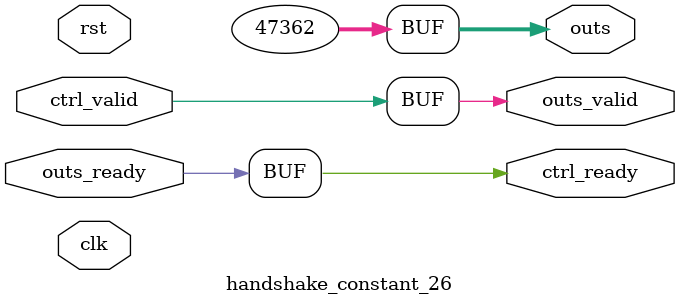
<source format=v>
`timescale 1ns / 1ps
module handshake_constant_26 #(
  parameter DATA_WIDTH = 32  // Default set to 32 bits
) (
  input                       clk,
  input                       rst,
  // Input Channel
  input                       ctrl_valid,
  output                      ctrl_ready,
  // Output Channel
  output [DATA_WIDTH - 1 : 0] outs,
  output                      outs_valid,
  input                       outs_ready
);
  assign outs       = 17'b01011100100000010;
  assign outs_valid = ctrl_valid;
  assign ctrl_ready = outs_ready;

endmodule

</source>
